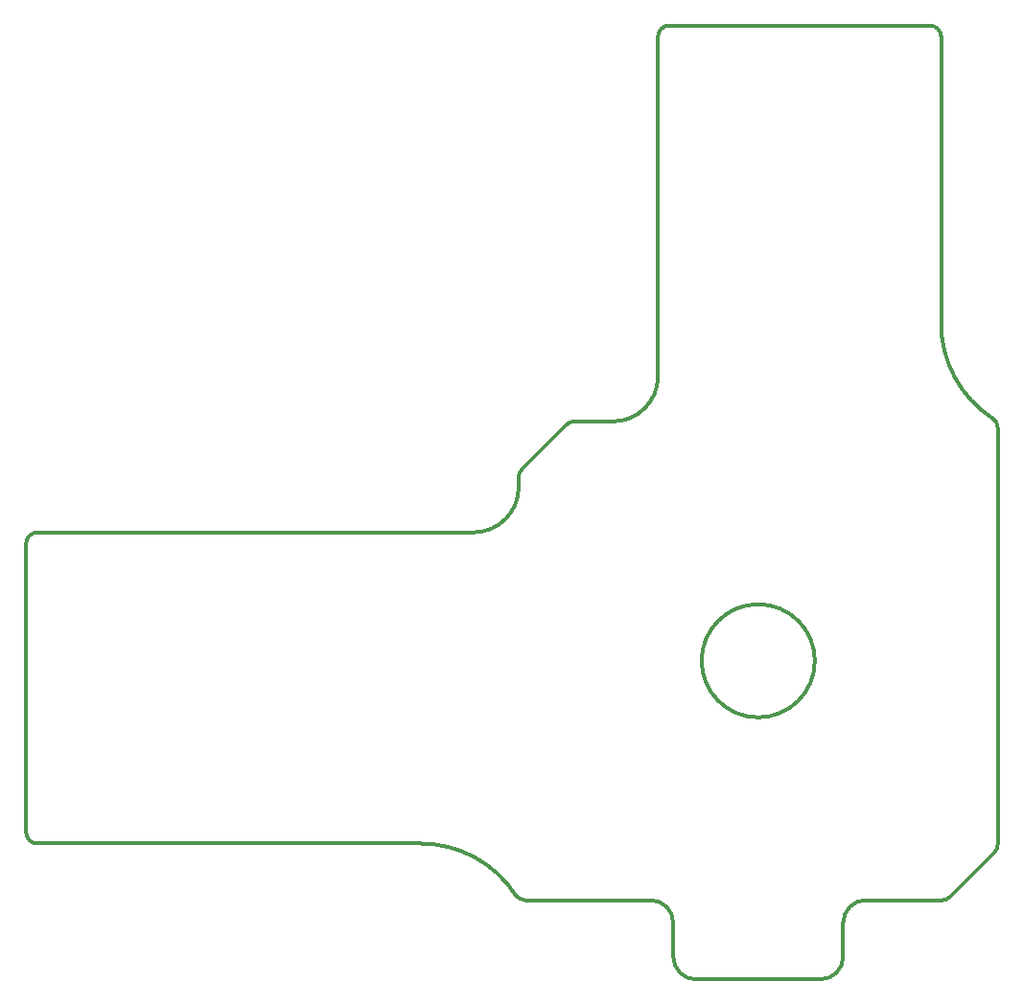
<source format=gbr>
G04 #@! TF.GenerationSoftware,KiCad,Pcbnew,(5.1.4)-1*
G04 #@! TF.CreationDate,2020-03-27T16:40:10-04:00*
G04 #@! TF.ProjectId,gantry_x_motor_breakout,67616e74-7279-45f7-985f-6d6f746f725f,rev?*
G04 #@! TF.SameCoordinates,Original*
G04 #@! TF.FileFunction,Profile,NP*
%FSLAX46Y46*%
G04 Gerber Fmt 4.6, Leading zero omitted, Abs format (unit mm)*
G04 Created by KiCad (PCBNEW (5.1.4)-1) date 2020-03-27 16:40:10*
%MOMM*%
%LPD*%
G04 APERTURE LIST*
%ADD10C,0.304799*%
G04 APERTURE END LIST*
D10*
X157500000Y-123150000D02*
G75*
G02X159500000Y-121150000I2000000J0D01*
G01*
X129409291Y-121149999D02*
X140500001Y-121150000D01*
X165149999Y-43850000D02*
X142150000Y-43850000D01*
X144500001Y-128150000D02*
X155499999Y-128150000D01*
X124850000Y-88650000D02*
X86350000Y-88650000D01*
X128850000Y-83764213D02*
X128850000Y-84650000D01*
X170695455Y-78571151D02*
G75*
G02X171150000Y-79409291I-545455J-838140D01*
G01*
X128850000Y-83764213D02*
G75*
G02X129142894Y-83057107I1000000J-1D01*
G01*
X141150000Y-74850001D02*
G75*
G02X137150001Y-78850000I-3999999J0D01*
G01*
X140500001Y-121150000D02*
G75*
G02X142500001Y-123150000I0J-2000000D01*
G01*
X85350000Y-89650000D02*
X85350000Y-115149999D01*
X165149999Y-43850000D02*
G75*
G02X166149999Y-44850000I0J-1000000D01*
G01*
X144500001Y-128150000D02*
G75*
G02X142500001Y-126150000I0J2000000D01*
G01*
X128850000Y-84650000D02*
G75*
G02X124850000Y-88650000I-4000000J0D01*
G01*
X159500000Y-121150000D02*
X166235786Y-121150000D01*
X171150000Y-116235787D02*
X171150000Y-79409291D01*
X142500001Y-123150000D02*
X142500001Y-126150000D01*
X86350000Y-116149999D02*
G75*
G02X85350000Y-115149999I0J1000000D01*
G01*
X166942893Y-120857106D02*
G75*
G02X166235786Y-121150000I-707107J707107D01*
G01*
X120189746Y-116149999D02*
G75*
G02X128571151Y-120695454I0J-10000001D01*
G01*
X166150000Y-70189746D02*
X166149999Y-44850000D01*
X155000000Y-100000000D02*
G75*
G03X155000000Y-100000000I-5000000J0D01*
G01*
X157499999Y-126150000D02*
X157500000Y-123150000D01*
X129409291Y-121149999D02*
G75*
G02X128571151Y-120695454I0J999999D01*
G01*
X86350000Y-116149999D02*
X120189746Y-116149999D01*
X157499999Y-126150000D02*
G75*
G02X155499999Y-128150000I-2000000J0D01*
G01*
X137150001Y-78850000D02*
X133764214Y-78850000D01*
X133057107Y-79142893D02*
G75*
G02X133764214Y-78850000I707107J-707107D01*
G01*
X141150001Y-44850001D02*
G75*
G02X142150000Y-43850000I1000000J1D01*
G01*
X166942893Y-120857106D02*
X170857106Y-116942893D01*
X171150000Y-116235787D02*
G75*
G02X170857106Y-116942893I-1000000J1D01*
G01*
X85350000Y-89650000D02*
G75*
G02X86350000Y-88650000I1000000J0D01*
G01*
X141150001Y-44850001D02*
X141150000Y-74850001D01*
X133057107Y-79142893D02*
X129142894Y-83057107D01*
X170695455Y-78571151D02*
G75*
G02X166150000Y-70189746I5454545J8381405D01*
G01*
M02*

</source>
